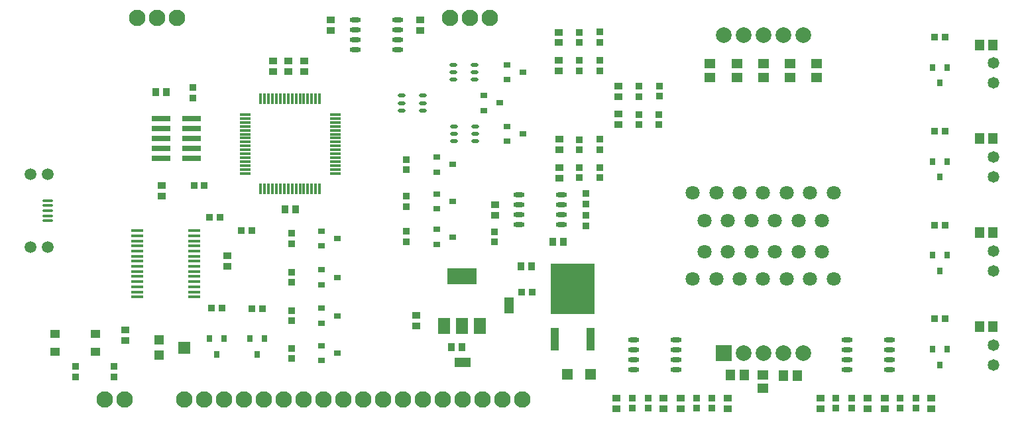
<source format=gbr>
%TF.GenerationSoftware,Altium Limited,Altium Designer,19.1.8 (144)*%
G04 Layer_Color=255*
%FSLAX26Y26*%
%MOIN*%
%TF.FileFunction,Pads,Bot*%
%TF.Part,Single*%
G01*
G75*
%TA.AperFunction,ComponentPad*%
%ADD13C,0.082677*%
%TA.AperFunction,ViaPad*%
%ADD14C,0.059055*%
%TA.AperFunction,ComponentPad*%
%ADD15C,0.070866*%
%ADD16C,0.078740*%
%ADD17R,0.078740X0.078740*%
%ADD18C,0.058268*%
%TA.AperFunction,SMDPad,CuDef*%
%ADD20O,0.057087X0.023622*%
%ADD21R,0.039370X0.035433*%
%ADD22R,0.037402X0.033465*%
%ADD23R,0.149606X0.078740*%
%ADD24R,0.059055X0.078740*%
%ADD25R,0.035433X0.039370*%
%ADD26O,0.039370X0.019685*%
%ADD27R,0.035433X0.031496*%
%ADD28R,0.064961X0.015748*%
G04:AMPARAMS|DCode=29|XSize=15.748mil|YSize=51.181mil|CornerRadius=3.937mil|HoleSize=0mil|Usage=FLASHONLY|Rotation=90.000|XOffset=0mil|YOffset=0mil|HoleType=Round|Shape=RoundedRectangle|*
%AMROUNDEDRECTD29*
21,1,0.015748,0.043307,0,0,90.0*
21,1,0.007874,0.051181,0,0,90.0*
1,1,0.007874,0.021654,0.003937*
1,1,0.007874,0.021654,-0.003937*
1,1,0.007874,-0.021654,-0.003937*
1,1,0.007874,-0.021654,0.003937*
%
%ADD29ROUNDEDRECTD29*%
%ADD30R,0.031496X0.035433*%
%ADD31R,0.033465X0.037402*%
%ADD32R,0.045276X0.053150*%
%ADD33R,0.094488X0.029921*%
%ADD34R,0.011811X0.053150*%
%ADD35R,0.053150X0.011811*%
%ADD36R,0.080709X0.045276*%
%ADD37R,0.045276X0.080709*%
%ADD38R,0.059055X0.062992*%
%ADD39R,0.047244X0.047244*%
%ADD40R,0.053150X0.045276*%
%ADD41R,0.039370X0.118110*%
%ADD42R,0.218504X0.251969*%
%ADD43R,0.051181X0.043307*%
%ADD44R,0.053150X0.057087*%
D13*
X426378Y98425D02*
D03*
X526378D02*
D03*
X826378D02*
D03*
X926378D02*
D03*
X1026378D02*
D03*
X1126378D02*
D03*
X1226378D02*
D03*
X1326378D02*
D03*
X1426378D02*
D03*
X1526378D02*
D03*
X1626378D02*
D03*
X1726378D02*
D03*
X1826378D02*
D03*
X1926378D02*
D03*
X2026378D02*
D03*
X2126378D02*
D03*
X2226378D02*
D03*
X2326378D02*
D03*
X2426378D02*
D03*
X2526378D02*
D03*
X790551Y2015748D02*
D03*
X690551D02*
D03*
X590551D02*
D03*
X2162205D02*
D03*
X2262205D02*
D03*
X2362205D02*
D03*
D14*
X51181Y1230315D02*
D03*
X139764Y864173D02*
D03*
X51181D02*
D03*
X139764Y1230315D02*
D03*
D15*
X3382677Y703307D02*
D03*
X3500787D02*
D03*
X3618898D02*
D03*
X3737008D02*
D03*
X3855118D02*
D03*
X3973228D02*
D03*
X4091339D02*
D03*
X3441732Y841102D02*
D03*
X3559843D02*
D03*
X3677953D02*
D03*
X3796063D02*
D03*
X3914173D02*
D03*
X4032284D02*
D03*
X3441732Y998583D02*
D03*
X3559843D02*
D03*
X3677953D02*
D03*
X3796063D02*
D03*
X3914173D02*
D03*
X4032284D02*
D03*
X3382677Y1136378D02*
D03*
X3500787D02*
D03*
X3618898D02*
D03*
X3737008D02*
D03*
X3855118D02*
D03*
X3973228D02*
D03*
X4091339D02*
D03*
D16*
X3540157Y1930433D02*
D03*
X3640157D02*
D03*
X3740157D02*
D03*
X3840157D02*
D03*
X3940157D02*
D03*
Y330433D02*
D03*
X3840157D02*
D03*
X3740157D02*
D03*
X3640157D02*
D03*
D17*
X3540157D02*
D03*
D18*
X4896614Y1788937D02*
D03*
Y1688937D02*
D03*
Y1316496D02*
D03*
Y1216496D02*
D03*
Y844055D02*
D03*
Y744055D02*
D03*
Y371614D02*
D03*
Y271614D02*
D03*
D20*
X4372047Y397823D02*
D03*
Y347823D02*
D03*
Y297823D02*
D03*
Y247823D02*
D03*
X4157480Y397823D02*
D03*
Y347823D02*
D03*
Y297823D02*
D03*
Y247823D02*
D03*
X3299213Y397823D02*
D03*
Y347823D02*
D03*
Y297823D02*
D03*
Y247823D02*
D03*
X3084646Y397823D02*
D03*
Y347823D02*
D03*
Y297823D02*
D03*
Y247823D02*
D03*
X1686024Y1857087D02*
D03*
Y1907087D02*
D03*
Y1957087D02*
D03*
Y2007087D02*
D03*
X1900591Y1857087D02*
D03*
Y1907087D02*
D03*
Y1957087D02*
D03*
Y2007087D02*
D03*
X2722441Y1126181D02*
D03*
Y1076181D02*
D03*
Y1026181D02*
D03*
Y976181D02*
D03*
X2507874Y1126181D02*
D03*
Y1076181D02*
D03*
Y1026181D02*
D03*
Y976181D02*
D03*
D21*
X4583662Y52165D02*
D03*
Y105315D02*
D03*
X4347441D02*
D03*
Y52165D02*
D03*
X4260827D02*
D03*
Y105315D02*
D03*
X4024607D02*
D03*
Y52165D02*
D03*
X3000000Y105315D02*
D03*
Y52165D02*
D03*
X3236220D02*
D03*
Y105315D02*
D03*
X3322835D02*
D03*
Y52165D02*
D03*
X3559055D02*
D03*
Y105315D02*
D03*
X3008858Y1532992D02*
D03*
Y1479843D02*
D03*
Y1620591D02*
D03*
Y1673740D02*
D03*
X2709646Y1892244D02*
D03*
Y1945394D02*
D03*
Y1751496D02*
D03*
Y1804646D02*
D03*
X2711614Y1265276D02*
D03*
Y1212126D02*
D03*
Y1352874D02*
D03*
Y1406024D02*
D03*
X2010827Y1953740D02*
D03*
Y2006890D02*
D03*
X1562992D02*
D03*
Y1953740D02*
D03*
X1991142Y519764D02*
D03*
Y466614D02*
D03*
X529528Y393150D02*
D03*
Y446299D02*
D03*
X713583Y1120079D02*
D03*
Y1173228D02*
D03*
X1043307Y765748D02*
D03*
Y818898D02*
D03*
X1273622Y1800197D02*
D03*
Y1747047D02*
D03*
X1348918Y1800197D02*
D03*
Y1747047D02*
D03*
X1429134Y1800197D02*
D03*
Y1747047D02*
D03*
X2387795Y1024606D02*
D03*
Y1077756D02*
D03*
D22*
X4504922Y53150D02*
D03*
Y104331D02*
D03*
X4426181D02*
D03*
Y53150D02*
D03*
X4103347Y104331D02*
D03*
Y53150D02*
D03*
X4182087D02*
D03*
Y104331D02*
D03*
X3078740D02*
D03*
Y53150D02*
D03*
X3157480D02*
D03*
Y104331D02*
D03*
X3401575D02*
D03*
Y53150D02*
D03*
X3480315Y53150D02*
D03*
Y104331D02*
D03*
X3111221Y1531496D02*
D03*
Y1480315D02*
D03*
X3213583Y1531496D02*
D03*
Y1480315D02*
D03*
X3214567Y1623032D02*
D03*
Y1674213D02*
D03*
X3111221Y1622047D02*
D03*
Y1673228D02*
D03*
X2914370Y1945866D02*
D03*
Y1894685D02*
D03*
X2812008Y1893701D02*
D03*
Y1944882D02*
D03*
Y1751969D02*
D03*
Y1803150D02*
D03*
X2914370Y1751969D02*
D03*
Y1803150D02*
D03*
X2916339Y1212599D02*
D03*
Y1263780D02*
D03*
X2813977Y1263780D02*
D03*
Y1212598D02*
D03*
Y1354331D02*
D03*
Y1405512D02*
D03*
X2916339Y1406496D02*
D03*
Y1355315D02*
D03*
X277559Y262795D02*
D03*
Y211614D02*
D03*
X471457Y262795D02*
D03*
Y211614D02*
D03*
X868110Y1615157D02*
D03*
Y1666339D02*
D03*
X1364173Y737205D02*
D03*
Y686024D02*
D03*
Y544370D02*
D03*
Y493189D02*
D03*
X1364225Y355303D02*
D03*
Y304122D02*
D03*
X1364461Y933182D02*
D03*
Y882001D02*
D03*
X1943898Y1305040D02*
D03*
Y1253859D02*
D03*
X1943898Y1120000D02*
D03*
Y1068819D02*
D03*
Y942835D02*
D03*
Y891654D02*
D03*
X2386811Y941929D02*
D03*
Y890748D02*
D03*
X2844488Y1132874D02*
D03*
Y1081693D02*
D03*
Y1022638D02*
D03*
Y971457D02*
D03*
D23*
X2222835Y716535D02*
D03*
D24*
X2132283Y468504D02*
D03*
X2222835D02*
D03*
X2313386D02*
D03*
D25*
X2222441Y360236D02*
D03*
X2169291D02*
D03*
X735236Y1644685D02*
D03*
X682087D02*
D03*
X1384843Y1054134D02*
D03*
X1331693D02*
D03*
X2518701Y768701D02*
D03*
X2571850D02*
D03*
X2733268Y889764D02*
D03*
X2680118D02*
D03*
D26*
X2177953Y1706693D02*
D03*
Y1744094D02*
D03*
Y1781496D02*
D03*
X2284252Y1706693D02*
D03*
Y1744094D02*
D03*
Y1781496D02*
D03*
X1919291Y1551181D02*
D03*
Y1588583D02*
D03*
Y1625984D02*
D03*
X2025591Y1551181D02*
D03*
Y1588583D02*
D03*
Y1625984D02*
D03*
X2183071Y1395669D02*
D03*
Y1433071D02*
D03*
Y1470472D02*
D03*
X2289370Y1395669D02*
D03*
Y1433071D02*
D03*
Y1470472D02*
D03*
D27*
X2448819Y1395669D02*
D03*
Y1470472D02*
D03*
X2527559Y1433071D02*
D03*
X2448819Y1706693D02*
D03*
Y1781496D02*
D03*
X2527559Y1744094D02*
D03*
X2332677Y1552166D02*
D03*
Y1626969D02*
D03*
X2411417Y1589567D02*
D03*
X1595472Y711614D02*
D03*
X1516732Y749016D02*
D03*
Y674213D02*
D03*
X1595472Y518779D02*
D03*
X1516732Y556181D02*
D03*
Y481378D02*
D03*
X1595524Y329712D02*
D03*
X1516784Y367114D02*
D03*
Y292311D02*
D03*
X1595760Y907591D02*
D03*
X1517020Y944993D02*
D03*
Y870190D02*
D03*
X2175197Y1279449D02*
D03*
X2096457Y1316851D02*
D03*
Y1242047D02*
D03*
X2175197Y1094410D02*
D03*
X2096457Y1131811D02*
D03*
Y1057008D02*
D03*
X2175197Y915276D02*
D03*
X2096457Y952677D02*
D03*
Y877874D02*
D03*
D28*
X875000Y945866D02*
D03*
Y920276D02*
D03*
Y894685D02*
D03*
Y869095D02*
D03*
Y843504D02*
D03*
Y817913D02*
D03*
Y792323D02*
D03*
Y766732D02*
D03*
Y741142D02*
D03*
Y715551D02*
D03*
Y689961D02*
D03*
Y664370D02*
D03*
Y638780D02*
D03*
Y613189D02*
D03*
X589567Y945866D02*
D03*
Y920276D02*
D03*
Y894685D02*
D03*
Y869095D02*
D03*
Y843504D02*
D03*
Y817913D02*
D03*
Y792323D02*
D03*
Y766732D02*
D03*
Y741142D02*
D03*
Y715551D02*
D03*
Y689961D02*
D03*
Y664370D02*
D03*
Y638780D02*
D03*
Y613189D02*
D03*
D29*
X139764Y996063D02*
D03*
Y1021653D02*
D03*
Y1047244D02*
D03*
Y1072834D02*
D03*
Y1098425D02*
D03*
D30*
X4625984Y744055D02*
D03*
X4663386Y822795D02*
D03*
X4588583D02*
D03*
X4625984Y1688937D02*
D03*
X4663386Y1767677D02*
D03*
X4588583D02*
D03*
X4625984Y1216496D02*
D03*
X4663386Y1295236D02*
D03*
X4588583D02*
D03*
X4625984Y271614D02*
D03*
X4663386Y350354D02*
D03*
X4588583D02*
D03*
X989409Y324882D02*
D03*
X1026811Y403622D02*
D03*
X952008D02*
D03*
X1192913Y324882D02*
D03*
X1230315Y403622D02*
D03*
X1155512D02*
D03*
D31*
X4651575Y1920236D02*
D03*
X4600394D02*
D03*
X4651575Y1447795D02*
D03*
X4600394D02*
D03*
X4651575Y975354D02*
D03*
X4600394D02*
D03*
X4651575Y502913D02*
D03*
X4600394D02*
D03*
X926181Y1173228D02*
D03*
X875000D02*
D03*
X953740Y1013779D02*
D03*
X1004921D02*
D03*
X963819Y556181D02*
D03*
X1015000D02*
D03*
X1113189Y945866D02*
D03*
X1164370D02*
D03*
X1167323Y555118D02*
D03*
X1218504D02*
D03*
X2523622Y635827D02*
D03*
X2574803D02*
D03*
D32*
X4824803Y937008D02*
D03*
X4893701D02*
D03*
X4824803Y1880637D02*
D03*
X4893701D02*
D03*
X4824803Y1409449D02*
D03*
X4893701D02*
D03*
X4824803Y463583D02*
D03*
X4893701D02*
D03*
X3640748Y219488D02*
D03*
X3571850D02*
D03*
X3839567Y218504D02*
D03*
X3908464D02*
D03*
D33*
X862205Y1509449D02*
D03*
X708662D02*
D03*
X862205Y1459449D02*
D03*
X708662D02*
D03*
X862205Y1409449D02*
D03*
X708662D02*
D03*
X862205Y1359449D02*
D03*
X708662D02*
D03*
X862205Y1309449D02*
D03*
X708662D02*
D03*
D34*
X1210630Y1609252D02*
D03*
X1230315D02*
D03*
X1250000D02*
D03*
X1269685D02*
D03*
X1289370D02*
D03*
X1309055D02*
D03*
X1328740D02*
D03*
X1348425D02*
D03*
X1368110D02*
D03*
X1387795D02*
D03*
X1407480D02*
D03*
X1427165D02*
D03*
X1446850D02*
D03*
X1466535D02*
D03*
X1486220D02*
D03*
X1505906D02*
D03*
Y1156496D02*
D03*
X1486220D02*
D03*
X1466535D02*
D03*
X1446850D02*
D03*
X1427165D02*
D03*
X1407480D02*
D03*
X1387795D02*
D03*
X1368110D02*
D03*
X1348425D02*
D03*
X1328740D02*
D03*
X1309055D02*
D03*
X1289370D02*
D03*
X1269685D02*
D03*
X1250000D02*
D03*
X1230315D02*
D03*
X1210630D02*
D03*
D35*
X1584646Y1530512D02*
D03*
Y1510827D02*
D03*
Y1491142D02*
D03*
Y1471457D02*
D03*
Y1451772D02*
D03*
Y1432087D02*
D03*
Y1412402D02*
D03*
Y1392717D02*
D03*
Y1373032D02*
D03*
Y1353347D02*
D03*
Y1333661D02*
D03*
Y1313976D02*
D03*
Y1294291D02*
D03*
Y1274606D02*
D03*
Y1254921D02*
D03*
Y1235236D02*
D03*
X1131890D02*
D03*
Y1254921D02*
D03*
Y1274606D02*
D03*
Y1294291D02*
D03*
Y1313976D02*
D03*
Y1333661D02*
D03*
Y1353347D02*
D03*
Y1373032D02*
D03*
Y1392717D02*
D03*
Y1412402D02*
D03*
Y1432087D02*
D03*
Y1451772D02*
D03*
Y1471457D02*
D03*
Y1491142D02*
D03*
Y1510827D02*
D03*
Y1530512D02*
D03*
D36*
X2224409Y282480D02*
D03*
D37*
X2457740Y570339D02*
D03*
D38*
X826772Y358268D02*
D03*
D39*
X698819Y397638D02*
D03*
Y318898D02*
D03*
D40*
X3467520Y1718504D02*
D03*
Y1787402D02*
D03*
X3606299Y1718504D02*
D03*
Y1787402D02*
D03*
X3737010Y221457D02*
D03*
Y152559D02*
D03*
X3740157Y1718504D02*
D03*
Y1787402D02*
D03*
X3873032Y1718504D02*
D03*
Y1787402D02*
D03*
X4004921Y1718504D02*
D03*
Y1787402D02*
D03*
D41*
X2868701Y399606D02*
D03*
X2688386D02*
D03*
D42*
X2778543Y653543D02*
D03*
D43*
X177165Y337598D02*
D03*
Y428150D02*
D03*
X377953Y337598D02*
D03*
Y428150D02*
D03*
D44*
X2751969Y223425D02*
D03*
X2868110D02*
D03*
%TF.MD5,df1cf4859f35d81cd2dff4f8ba792798*%
M02*

</source>
